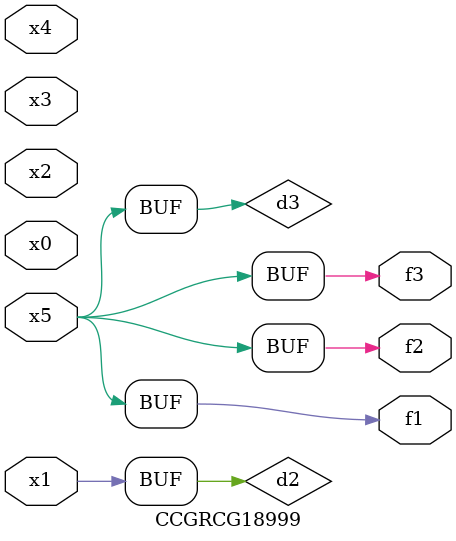
<source format=v>
module CCGRCG18999(
	input x0, x1, x2, x3, x4, x5,
	output f1, f2, f3
);

	wire d1, d2, d3;

	not (d1, x5);
	or (d2, x1);
	xnor (d3, d1);
	assign f1 = d3;
	assign f2 = d3;
	assign f3 = d3;
endmodule

</source>
